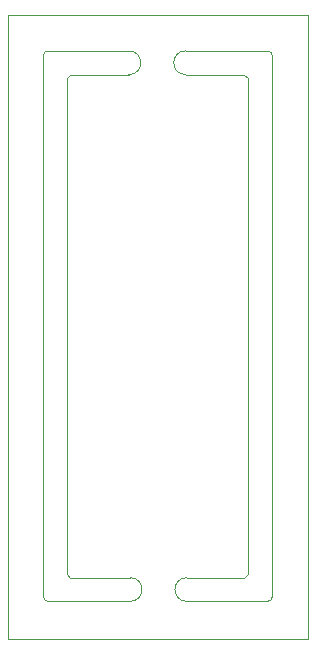
<source format=gbr>
G04 #@! TF.GenerationSoftware,KiCad,Pcbnew,(5.1.4)-1*
G04 #@! TF.CreationDate,2022-11-05T06:08:51+01:00*
G04 #@! TF.ProjectId,REG1-Front-Universal,52454731-2d46-4726-9f6e-742d556e6976,V00.01*
G04 #@! TF.SameCoordinates,Original*
G04 #@! TF.FileFunction,Profile,NP*
%FSLAX46Y46*%
G04 Gerber Fmt 4.6, Leading zero omitted, Abs format (unit mm)*
G04 Created by KiCad (PCBNEW (5.1.4)-1) date 2022-11-05 06:08:51*
%MOMM*%
%LPD*%
G04 APERTURE LIST*
%ADD10C,0.050000*%
G04 APERTURE END LIST*
D10*
X103550000Y-152000000D02*
G75*
G02X103550000Y-154000000I0J-1000000D01*
G01*
X96600000Y-154000000D02*
X103550000Y-154000000D01*
X103550000Y-152000000D02*
X98500000Y-152000000D01*
X108350000Y-154000000D02*
G75*
G02X108350000Y-152000000I0J1000000D01*
G01*
X113200000Y-152000000D02*
X108350000Y-152000000D01*
X108350000Y-154000000D02*
X115200000Y-154000000D01*
X115200000Y-107400000D02*
X108250000Y-107400000D01*
X108250000Y-109400000D02*
X113200000Y-109400000D01*
X108250000Y-109400000D02*
G75*
G02X108250000Y-107400000I0J1000000D01*
G01*
X103450000Y-107400000D02*
G75*
G02X103450000Y-109400000I0J-1000000D01*
G01*
X93200000Y-157200000D02*
X93200000Y-104400000D01*
X118600000Y-157200000D02*
X93200000Y-157200000D01*
X118600000Y-104400000D02*
X118600000Y-157200000D01*
X93200000Y-104400000D02*
X118600000Y-104400000D01*
X96600000Y-154000000D02*
G75*
G02X96200000Y-153600000I0J400000D01*
G01*
X115600000Y-153600000D02*
G75*
G02X115200000Y-154000000I-400000J0D01*
G01*
X96200000Y-107800000D02*
G75*
G02X96600000Y-107400000I400000J0D01*
G01*
X115200000Y-107400000D02*
G75*
G02X115600000Y-107800000I0J-400000D01*
G01*
X115600000Y-153600000D02*
X115600000Y-107800000D01*
X96200000Y-153600000D02*
X96200000Y-107800000D01*
X103450000Y-107400000D02*
X96600000Y-107400000D01*
X98200000Y-151700000D02*
X98500000Y-152000000D01*
X113500000Y-151700000D02*
X113200000Y-152000000D01*
X113200000Y-109400000D02*
X113500000Y-109700000D01*
X98500000Y-109400000D02*
X98200000Y-109700000D01*
X98200000Y-151700000D02*
X98200000Y-109700000D01*
X113500000Y-109700000D02*
X113500000Y-151700000D01*
X98500000Y-109400000D02*
X103450000Y-109400000D01*
M02*

</source>
